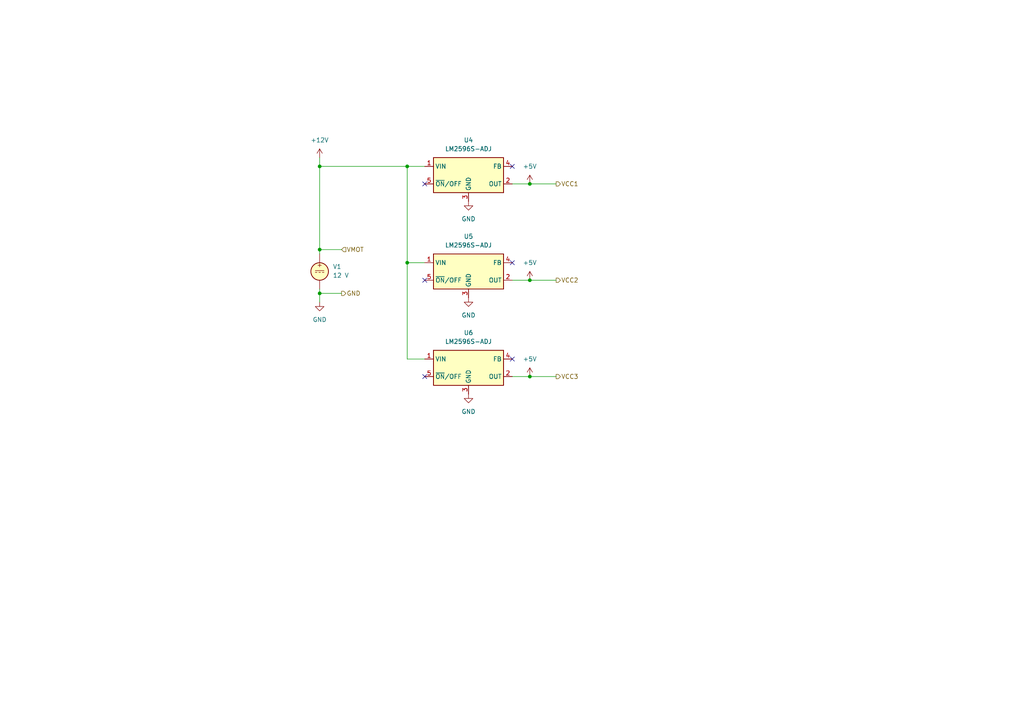
<source format=kicad_sch>
(kicad_sch (version 20230121) (generator eeschema)
  (paper "A4")
  (lib_symbols
    (symbol "Regulator_Switching:LM2596S-ADJ"
      (property "Reference" "U" (at -10.16 6.35 0))
      (property "Value" "LM2596S-ADJ" (at 0 6.35 0))
      (symbol "LM2596S-ADJ_0_1"
        (rectangle (start -10.16 5.08) (end 10.16 -5.08) (stroke (width 0.254)) (fill (type background)))
      )
      (symbol "LM2596S-ADJ_1_1"
        (pin power_in line (at -12.7 2.54 0) (length 2.54) (name "VIN") (number "1"))
        (pin output line (at 12.7 -2.54 180) (length 2.54) (name "OUT") (number "2"))
        (pin power_in line (at 0 -7.62 90) (length 2.54) (name "GND") (number "3"))
        (pin input line (at 12.7 2.54 180) (length 2.54) (name "FB") (number "4"))
        (pin input line (at -12.7 -2.54 0) (length 2.54) (name "~{ON}/OFF") (number "5"))
      )
    )
    (symbol "Simulation_SPICE:VDC" (pin_numbers hide) (pin_names (offset 0.0254))
      (property "Reference" "V" (at 2.54 2.54 0))
      (property "Value" "1" (at 2.54 0 0))
      (symbol "VDC_0_0"
        (polyline (pts (xy -1.27 0.254) (xy 1.27 0.254)))
        (polyline (pts (xy -0.762 -0.254) (xy -1.27 -0.254)))
        (polyline (pts (xy 0.254 -0.254) (xy -0.254 -0.254)))
        (polyline (pts (xy 1.27 -0.254) (xy 0.762 -0.254)))
        (text "+" (at 0 1.905 0) (effects (font (size 1.27 1.27))))
      )
      (symbol "VDC_0_1"
        (circle (center 0 0) (radius 2.54) (stroke (width 0.254)) (fill (type background)))
      )
      (symbol "VDC_1_1"
        (pin passive line (at 0 5.08 270) (length 2.54) (name "~") (number "1"))
        (pin passive line (at 0 -5.08 90) (length 2.54) (name "~") (number "2"))
      )
    )
    (symbol "power:+12V" (power) (pin_names (offset 0))
      (property "Value" "+12V" (at 0 3.556 0))
      (symbol "+12V_0_1"
        (polyline (pts (xy -0.762 1.27) (xy 0 2.54)))
        (polyline (pts (xy 0 0) (xy 0 2.54)))
        (polyline (pts (xy 0 2.54) (xy 0.762 1.27)))
      )
      (symbol "+12V_1_1"
        (pin power_in line (at 0 0 90) (length 0) hide (name "+12V") (number "1"))
      )
    )
    (symbol "power:+5V" (power) (pin_names (offset 0))
      (property "Value" "+5V" (at 0 3.556 0))
      (symbol "+5V_0_1"
        (polyline (pts (xy -0.762 1.27) (xy 0 2.54)))
        (polyline (pts (xy 0 0) (xy 0 2.54)))
        (polyline (pts (xy 0 2.54) (xy 0.762 1.27)))
      )
      (symbol "+5V_1_1"
        (pin power_in line (at 0 0 90) (length 0) hide (name "+5V") (number "1"))
      )
    )
    (symbol "power:GND" (power) (pin_names (offset 0))
      (property "Value" "GND" (at 0 -3.81 0))
      (symbol "GND_0_1"
        (polyline (pts (xy 0 0) (xy 0 -1.27) (xy 1.27 -1.27) (xy 0 -2.54) (xy -1.27 -1.27) (xy 0 -1.27)))
      )
      (symbol "GND_1_1"
        (pin power_in line (at 0 0 270) (length 0) hide (name "GND") (number "1"))
      )
    )
  )
  (junction (at 153.67 109.22))
  (junction (at 153.67 81.28))
  (junction (at 118.11 76.2))
  (junction (at 92.71 72.39))
  (junction (at 118.11 48.26))
  (junction (at 153.67 53.34))
  (junction (at 92.71 85.09))
  (junction (at 92.71 48.26))
  (no_connect (at 123.19 81.28))
  (no_connect (at 123.19 109.22))
  (no_connect (at 148.59 48.26))
  (no_connect (at 123.19 53.34))
  (no_connect (at 148.59 76.2))
  (no_connect (at 148.59 104.14))
  (wire (pts (xy 92.71 48.26) (xy 118.11 48.26)))
  (wire (pts (xy 92.71 45.72) (xy 92.71 48.26)))
  (wire (pts (xy 118.11 76.2) (xy 118.11 104.14)))
  (wire (pts (xy 153.67 53.34) (xy 161.29 53.34)))
  (wire (pts (xy 153.67 81.28) (xy 161.29 81.28)))
  (wire (pts (xy 92.71 73.66) (xy 92.71 72.39)))
  (wire (pts (xy 123.19 76.2) (xy 118.11 76.2)))
  (wire (pts (xy 118.11 48.26) (xy 118.11 76.2)))
  (wire (pts (xy 148.59 81.28) (xy 153.67 81.28)))
  (wire (pts (xy 92.71 85.09) (xy 92.71 83.82)))
  (wire (pts (xy 148.59 109.22) (xy 153.67 109.22)))
  (wire (pts (xy 148.59 53.34) (xy 153.67 53.34)))
  (wire (pts (xy 92.71 87.63) (xy 92.71 85.09)))
  (wire (pts (xy 92.71 85.09) (xy 99.06 85.09)))
  (wire (pts (xy 92.71 48.26) (xy 92.71 72.39)))
  (wire (pts (xy 123.19 104.14) (xy 118.11 104.14)))
  (wire (pts (xy 92.71 72.39) (xy 99.06 72.39)))
  (wire (pts (xy 153.67 109.22) (xy 161.29 109.22)))
  (wire (pts (xy 118.11 48.26) (xy 123.19 48.26)))
  (hierarchical_label "VMOT" (shape input) (at 99.06 72.39 0))
  (hierarchical_label "VCC3" (shape output) (at 161.29 109.22 0))
  (hierarchical_label "VCC1" (shape output) (at 161.29 53.34 0))
  (hierarchical_label "VCC2" (shape output) (at 161.29 81.28 0))
  (hierarchical_label "GND" (shape output) (at 99.06 85.09 0))
  (symbol (lib_id "power:GND") (at 135.89 114.3 0) (unit 1)
    (property "Reference" "#PWR06" (effects hide))
    (property "Value" "GND" (at 135.89 119.38 0))
  )
  (symbol (lib_id "Regulator_Switching:LM2596S-ADJ") (at 135.89 78.74 0) (unit 1)
    (property "Reference" "U5" (at 135.89 68.58 0))
    (property "Value" "LM2596S-ADJ" (at 135.89 71.12 0))
    (property "Footprint" "Package_TO_SOT_SMD:TO-263-5_TabPin3" (effects hide))
    (property "Datasheet" "http://www.ti.com/lit/ds/symlink/lm2596.pdf" (effects hide))
  )
  (symbol (lib_id "Simulation_SPICE:VDC") (at 92.71 78.74 0) (unit 1)
    (property "Reference" "V1" (at 96.52 77.3402 0) (effects (justify left)))
    (property "Value" "12 V" (at 96.52 79.8802 0) (effects (justify left)))
    (property "Sim.Pins" "1=+ 2=-" (effects hide))
    (property "Sim.Type" "DC" (effects hide))
    (property "Sim.Device" "V" (effects hide))
  )
  (symbol (lib_id "power:+5V") (at 153.67 109.22 0) (unit 1)
    (property "Reference" "#PWR0102" (effects hide))
    (property "Value" "+5V" (at 153.67 104.14 0))
  )
  (symbol (lib_id "power:+12V") (at 92.71 45.72 0) (unit 1)
    (property "Reference" "#PWR01" (effects hide))
    (property "Value" "+12V" (at 92.71 40.64 0))
  )
  (symbol (lib_id "power:+5V") (at 153.67 81.28 0) (unit 1)
    (property "Reference" "#PWR03" (effects hide))
    (property "Value" "+5V" (at 153.67 76.2 0))
  )
  (symbol (lib_id "power:GND") (at 135.89 86.36 0) (unit 1)
    (property "Reference" "#PWR05" (effects hide))
    (property "Value" "GND" (at 135.89 91.44 0))
  )
  (symbol (lib_id "Regulator_Switching:LM2596S-ADJ") (at 135.89 50.8 0) (unit 1)
    (property "Reference" "U4" (at 135.89 40.64 0))
    (property "Value" "LM2596S-ADJ" (at 135.89 43.18 0))
    (property "Footprint" "Package_TO_SOT_SMD:TO-263-5_TabPin3" (effects hide))
    (property "Datasheet" "http://www.ti.com/lit/ds/symlink/lm2596.pdf" (effects hide))
  )
  (symbol (lib_id "Regulator_Switching:LM2596S-ADJ") (at 135.89 106.68 0) (unit 1)
    (property "Reference" "U6" (at 135.89 96.52 0))
    (property "Value" "LM2596S-ADJ" (at 135.89 99.06 0))
    (property "Footprint" "Package_TO_SOT_SMD:TO-263-5_TabPin3" (effects hide))
    (property "Datasheet" "http://www.ti.com/lit/ds/symlink/lm2596.pdf" (effects hide))
  )
  (symbol (lib_id "power:GND") (at 135.89 58.42 0) (unit 1)
    (property "Reference" "#PWR04" (effects hide))
    (property "Value" "GND" (at 135.89 63.5 0))
  )
  (symbol (lib_id "power:GND") (at 92.71 87.63 0) (unit 1)
    (property "Reference" "#PWR0101" (effects hide))
    (property "Value" "GND" (at 92.71 92.71 0))
  )
  (symbol (lib_id "power:+5V") (at 153.67 53.34 0) (unit 1)
    (property "Reference" "#PWR02" (effects hide))
    (property "Value" "+5V" (at 153.67 48.26 0))
  )
)
</source>
